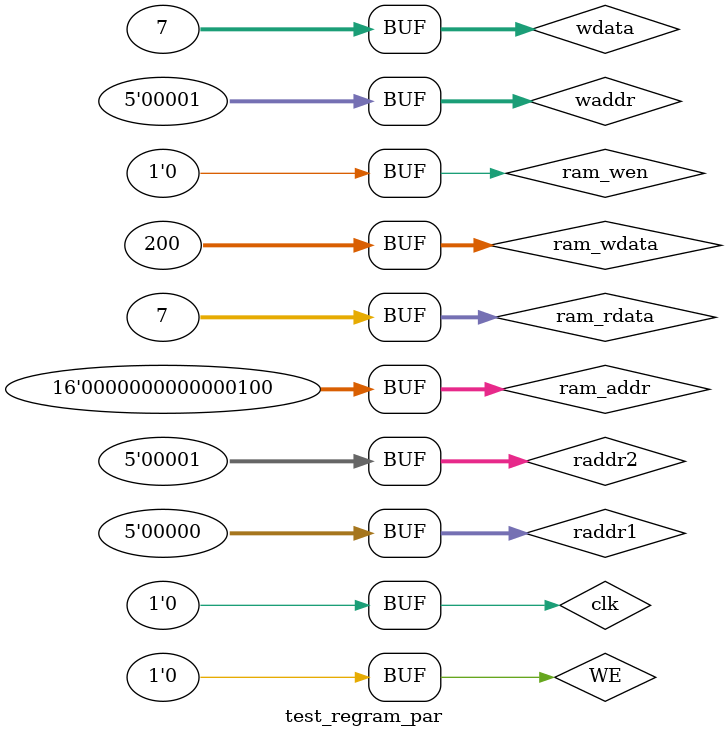
<source format=v>
`timescale 1ns / 1ps

//0x100 <- 200 : read 200 : write reg : read reg

module test_regram_par;
    reg clk = 0;
    //RAM
    reg [15:0] ram_addr = 16'b100;
    reg [31:0] ram_wdata = 32'hc8;
    reg ram_wen = 1;
    wire [31:0] ram_rdata;
    ram_top ram(
    .clk(clk) ,
    .ram_addr(ram_addr) ,
    .ram_wdata(ram_wdata),
    .ram_wen(ram_wen) ,
    .ram_rdata(ram_rdata)
    );

    //RegFile
    reg [4:0] raddr1 = 5'b0;
    reg [4:0] raddr2 = 5'b1;
    wire [31:0] rdata1;
    wire [31:0] rdata2;
    reg WE = 0;
    reg [4:0] waddr = 5'b1;
    reg [31:0] wdata = 32'b111;
    RegFile regfile(
        .clk(clk),
        .raddr1(raddr1),
        .raddr2(raddr2),
        .rdata1(rdata1),
        .rdata2(rdata2),
        .WE(WE),
        .waddr(waddr),
        .wdata(wdata)
    );
    initial begin
        #2 clk = ~clk;
        #5 ram_wen = 0;
        clk = ~clk;

        #10 clk = ~clk;
        #15 WE = 1;
        clk = ~clk;
        wdata = ram_rdata;

        #15 clk = ~clk;
        #20 clk = ~clk;
        WE = 0;

        #25 clk = ~clk;
    end
endmodule

</source>
